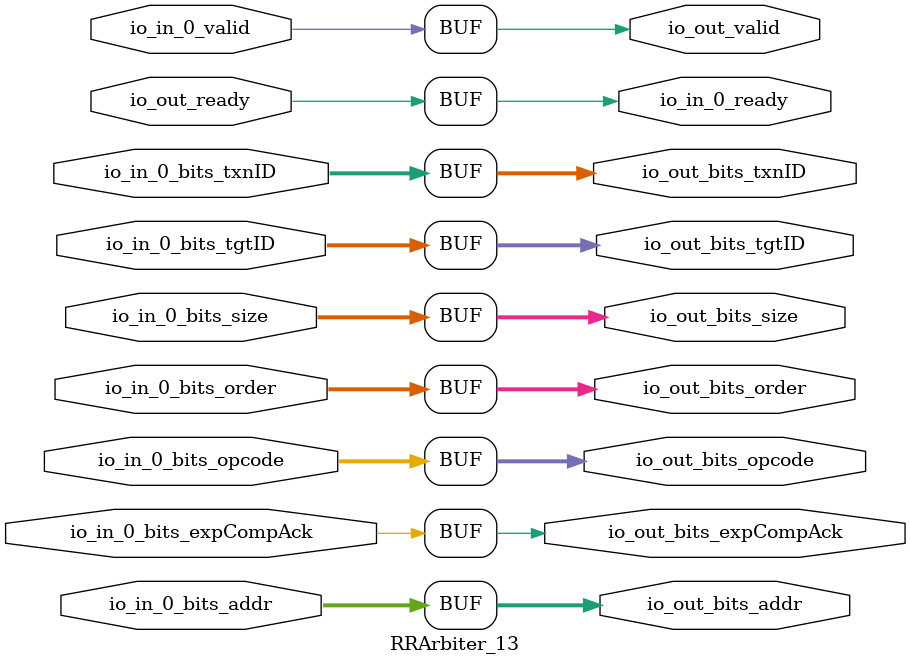
<source format=v>
module RRArbiter_13(
  output        io_in_0_ready,
  input         io_in_0_valid,
  input  [6:0]  io_in_0_bits_tgtID,
  input  [7:0]  io_in_0_bits_txnID,
  input  [5:0]  io_in_0_bits_opcode,
  input  [2:0]  io_in_0_bits_size,
  input  [47:0] io_in_0_bits_addr,
  input  [1:0]  io_in_0_bits_order,
  input         io_in_0_bits_expCompAck,
  input         io_out_ready,
  output        io_out_valid,
  output [6:0]  io_out_bits_tgtID,
  output [7:0]  io_out_bits_txnID,
  output [5:0]  io_out_bits_opcode,
  output [2:0]  io_out_bits_size,
  output [47:0] io_out_bits_addr,
  output [1:0]  io_out_bits_order,
  output        io_out_bits_expCompAck
);

  assign io_in_0_ready = io_out_ready;
  assign io_out_valid = io_in_0_valid;
  assign io_out_bits_tgtID = io_in_0_bits_tgtID;
  assign io_out_bits_txnID = io_in_0_bits_txnID;
  assign io_out_bits_opcode = io_in_0_bits_opcode;
  assign io_out_bits_size = io_in_0_bits_size;
  assign io_out_bits_addr = io_in_0_bits_addr;
  assign io_out_bits_order = io_in_0_bits_order;
  assign io_out_bits_expCompAck = io_in_0_bits_expCompAck;
endmodule


</source>
